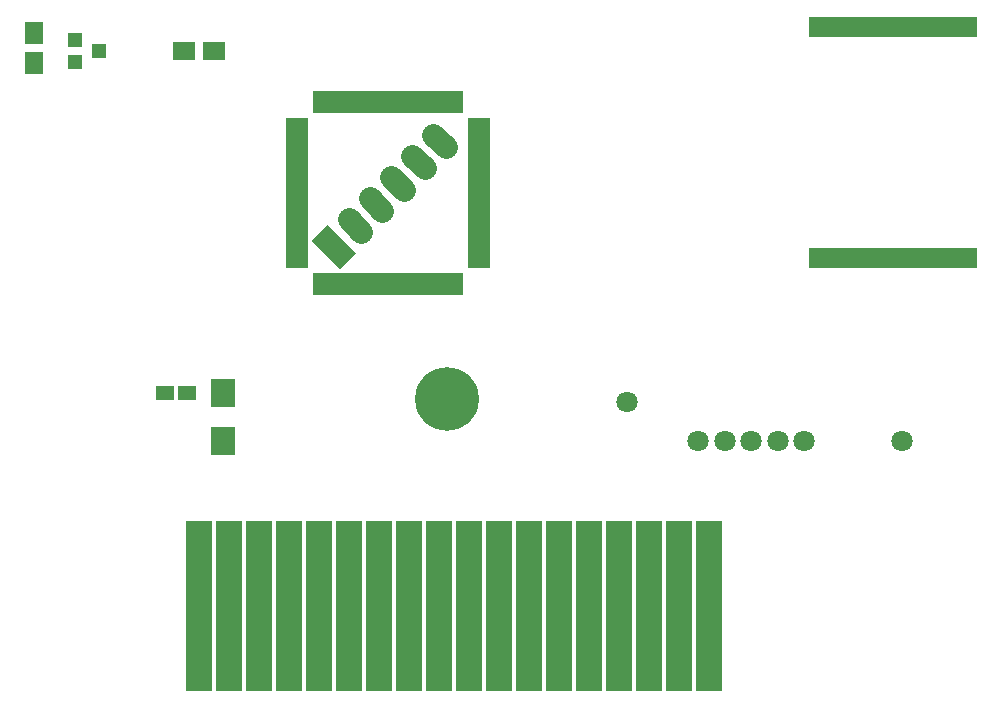
<source format=gts>
G04 #@! TF.FileFunction,Soldermask,Top*
%FSLAX46Y46*%
G04 Gerber Fmt 4.6, Leading zero omitted, Abs format (unit mm)*
G04 Created by KiCad (PCBNEW 4.0.7) date 02/05/19 23:34:14*
%MOMM*%
%LPD*%
G01*
G04 APERTURE LIST*
%ADD10C,0.100000*%
%ADD11C,1.800000*%
%ADD12R,0.669240X1.791920*%
%ADD13R,0.671780X1.791920*%
%ADD14R,1.600000X1.150000*%
%ADD15R,1.650000X1.900000*%
%ADD16R,1.900000X1.650000*%
%ADD17R,2.180000X14.400000*%
%ADD18C,1.910000*%
%ADD19R,2.100000X2.400000*%
%ADD20C,5.400000*%
%ADD21R,1.900000X0.700000*%
%ADD22R,0.700000X1.900000*%
%ADD23R,1.300000X1.200000*%
G04 APERTURE END LIST*
D10*
D11*
X180500000Y-114000000D03*
X157250000Y-110750000D03*
D12*
X173004080Y-79000000D03*
X173004080Y-98486880D03*
X173504460Y-79000000D03*
X173504460Y-98486880D03*
X174004840Y-79000000D03*
X174004840Y-98486880D03*
D13*
X174505220Y-79000000D03*
X174505220Y-98486880D03*
X175005600Y-79000000D03*
X175005600Y-98486880D03*
D12*
X175503440Y-79000000D03*
X175503440Y-98486880D03*
X176003820Y-79000000D03*
X176003820Y-98486880D03*
X176504200Y-79000000D03*
X176504200Y-98486880D03*
X177004580Y-79000000D03*
X177004580Y-98486880D03*
X177504960Y-79000000D03*
X177504960Y-98486880D03*
D13*
X178005340Y-79000000D03*
X178005340Y-98486880D03*
X178505720Y-79000000D03*
X178505720Y-98486880D03*
D12*
X179003560Y-79000000D03*
X179003560Y-98486880D03*
X179503940Y-79000000D03*
X179503940Y-98486880D03*
X180001780Y-79000000D03*
X180001780Y-98486880D03*
X180502160Y-79000000D03*
X180502160Y-98486880D03*
D13*
X181000000Y-79000000D03*
X181000000Y-98486880D03*
X181500380Y-79000000D03*
X181500380Y-98486880D03*
D12*
X182000760Y-79000000D03*
X182000760Y-98486880D03*
X182501140Y-79000000D03*
X182501140Y-98486880D03*
X183001520Y-79000000D03*
X183001520Y-98486880D03*
X183501900Y-79000000D03*
X183501900Y-98486880D03*
X184002280Y-79000000D03*
X184002280Y-98486880D03*
D13*
X184500120Y-79000000D03*
X184500120Y-98486880D03*
X185000500Y-79000000D03*
X185000500Y-98486880D03*
D12*
X185500880Y-79000000D03*
X185500880Y-98486880D03*
X186001260Y-79000000D03*
X186001260Y-98486880D03*
X186501640Y-79000000D03*
X186501640Y-98486880D03*
D14*
X120000000Y-110000000D03*
X118100000Y-110000000D03*
D15*
X107000000Y-82000000D03*
X107000000Y-79500000D03*
D16*
X119750000Y-81000000D03*
X122250000Y-81000000D03*
D17*
X164180000Y-128000000D03*
X161640000Y-128000000D03*
X159100000Y-128000000D03*
X156560000Y-128000000D03*
X154020000Y-128000000D03*
X151480000Y-128000000D03*
X148940000Y-128000000D03*
X146400000Y-128000000D03*
X143860000Y-128000000D03*
X141320000Y-128000000D03*
X138780000Y-128000000D03*
X136240000Y-128000000D03*
X133700000Y-128000000D03*
X131160000Y-128000000D03*
X128620000Y-128000000D03*
X126080000Y-128000000D03*
X123540000Y-128000000D03*
X121000000Y-128000000D03*
D10*
G36*
X132938228Y-99473006D02*
X130526994Y-97061772D01*
X131877568Y-95711198D01*
X134288802Y-98122432D01*
X132938228Y-99473006D01*
X132938228Y-99473006D01*
G37*
D18*
X133673619Y-95265721D02*
X134734279Y-96326381D01*
X135469670Y-93469670D02*
X136530330Y-94530330D01*
X137265722Y-91673618D02*
X138326382Y-92734278D01*
X139061773Y-89877567D02*
X140122433Y-90938227D01*
X140857824Y-88081516D02*
X141918484Y-89142176D01*
D19*
X123000000Y-114000000D03*
X123000000Y-110000000D03*
D20*
X142000000Y-110500000D03*
D21*
X129300000Y-87000000D03*
X129300000Y-87500000D03*
X129300000Y-88000000D03*
X129300000Y-88500000D03*
X129300000Y-89000000D03*
X129300000Y-89500000D03*
X129300000Y-90000000D03*
X129300000Y-90500000D03*
X129300000Y-91000000D03*
X129300000Y-91500000D03*
X129300000Y-92000000D03*
X129300000Y-92500000D03*
X129300000Y-93000000D03*
X129300000Y-93500000D03*
X129300000Y-94000000D03*
X129300000Y-94500000D03*
X129300000Y-95000000D03*
X129300000Y-95500000D03*
X129300000Y-96000000D03*
X129300000Y-96500000D03*
X129300000Y-97000000D03*
X129300000Y-97500000D03*
X129300000Y-98000000D03*
X129300000Y-98500000D03*
X129300000Y-99000000D03*
D22*
X131000000Y-100700000D03*
X131500000Y-100700000D03*
X132000000Y-100700000D03*
X132500000Y-100700000D03*
X133000000Y-100700000D03*
X133500000Y-100700000D03*
X134000000Y-100700000D03*
X134500000Y-100700000D03*
X135000000Y-100700000D03*
X135500000Y-100700000D03*
X136000000Y-100700000D03*
X136500000Y-100700000D03*
X137000000Y-100700000D03*
X137500000Y-100700000D03*
X138000000Y-100700000D03*
X138500000Y-100700000D03*
X139000000Y-100700000D03*
X139500000Y-100700000D03*
X140000000Y-100700000D03*
X140500000Y-100700000D03*
X141000000Y-100700000D03*
X141500000Y-100700000D03*
X142000000Y-100700000D03*
X142500000Y-100700000D03*
X143000000Y-100700000D03*
D21*
X144700000Y-99000000D03*
X144700000Y-98500000D03*
X144700000Y-98000000D03*
X144700000Y-97500000D03*
X144700000Y-97000000D03*
X144700000Y-96500000D03*
X144700000Y-96000000D03*
X144700000Y-95500000D03*
X144700000Y-95000000D03*
X144700000Y-94500000D03*
X144700000Y-94000000D03*
X144700000Y-93500000D03*
X144700000Y-93000000D03*
X144700000Y-92500000D03*
X144700000Y-92000000D03*
X144700000Y-91500000D03*
X144700000Y-91000000D03*
X144700000Y-90500000D03*
X144700000Y-90000000D03*
X144700000Y-89500000D03*
X144700000Y-89000000D03*
X144700000Y-88500000D03*
X144700000Y-88000000D03*
X144700000Y-87500000D03*
X144700000Y-87000000D03*
D22*
X143000000Y-85300000D03*
X142500000Y-85300000D03*
X142000000Y-85300000D03*
X141500000Y-85300000D03*
X141000000Y-85300000D03*
X140500000Y-85300000D03*
X140000000Y-85300000D03*
X139500000Y-85300000D03*
X139000000Y-85300000D03*
X138500000Y-85300000D03*
X138000000Y-85300000D03*
X137500000Y-85300000D03*
X137000000Y-85300000D03*
X136500000Y-85300000D03*
X136000000Y-85300000D03*
X135500000Y-85300000D03*
X135000000Y-85300000D03*
X134500000Y-85300000D03*
X134000000Y-85300000D03*
X133500000Y-85300000D03*
X133000000Y-85300000D03*
X132500000Y-85300000D03*
X132000000Y-85300000D03*
X131500000Y-85300000D03*
X131000000Y-85300000D03*
D11*
X165500000Y-114000000D03*
X167750000Y-114000000D03*
X170000000Y-114000000D03*
X172250000Y-114000000D03*
X163250000Y-114000000D03*
D23*
X110500000Y-80050000D03*
X110500000Y-81950000D03*
X112500000Y-81000000D03*
M02*

</source>
